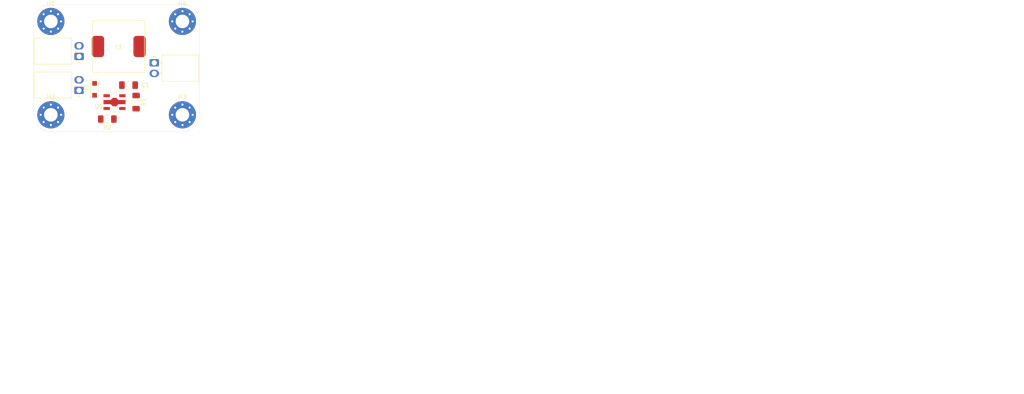
<source format=kicad_pcb>
(kicad_pcb (version 20211014) (generator pcbnew)
  (layers (0 "F.Cu" signal) (31 "B.Cu" power) (34 "B.Paste" user) (35 "F.Paste" user) (36 "B.SilkS" user "B.Silkscreen") (37 "F.SilkS" user "F.Silkscreen") (38 "B.Mask" user) (39 "F.Mask" user) (44 "Edge.Cuts" user))
  (net 0 "")
  (net 1 "+5V")
  (net 2 "GND")
  (net 3 "Net-(D1-Pad2)")
  (net 4 "Net-(J3-Pad1)")
  (net 5 "Net-(J3-Pad2)")
  (net 6 "Net-(J2-Pad1)")
  (footprint "Diode_SMD:D_SOD-123F" (layer "F.Cu") (at 139.3 90 -90)
    (fp_text reference "D1" (at -0.275 2 90) (layer "F.SilkS"))
    (fp_text value "D_Schottky" hide)
    (fp_line (start -2.2 -1) (end 1.65 -1) (layer "F.SilkS") (width 0.12))
    (fp_line (start -2.2 1) (end 1.65 1) (layer "F.SilkS") (width 0.12))
    (fp_line (start -2.2 -1) (end -2.2 1) (layer "F.SilkS") (width 0.12))
    (pad "1" smd rect (at -1.4 0 270) (size 1.1 1.1) (layers "F.Cu" "F.Paste" "F.Mask") (net 1 "+5V"))
    (pad "2" smd rect (at 1.4 0 270) (size 1.1 1.1) (layers "F.Cu" "F.Paste" "F.Mask") (net 3 "Net-(D1-Pad2)"))
  )
  (footprint "Capacitor_SMD:C_1206_3216Metric_Pad1.33x1.80mm_HandSolder" (layer "F.Cu") (at 147.3 89 180)
    (fp_text reference "C1" (at -4 0) (layer "F.SilkS"))
    (fp_text value "10uF" hide)
    (fp_line (start -0.711252 0.91) (end 0.711252 0.91) (layer "F.SilkS") (width 0.12))
    (fp_line (start -0.711252 -0.91) (end 0.711252 -0.91) (layer "F.SilkS") (width 0.12))
    (pad "1" smd roundrect (at -1.5625 0 180) (size 1.325 1.8) (layers "F.Cu" "F.Paste" "F.Mask") (roundrect_rratio 0.188679) (net 1 "+5V"))
    (pad "2" smd roundrect (at 1.5625 0 180) (size 1.325 1.8) (layers "F.Cu" "F.Paste" "F.Mask") (roundrect_rratio 0.188679) (net 2 "GND"))
  )
  (footprint "MountingHole:MountingHole_3.2mm_M3_Pad_Via" (layer "F.Cu") (at 129 96)
    (fp_text reference "H2" (at 0 -4.2) (layer "F.SilkS"))
    (fp_text value "MountingHole_Pad")
    (pad "1" thru_hole circle (at 0 2.4) (size 0.8 0.8) (drill 0.5) (layers *.Cu *.Mask) (net 2 "GND"))
    (pad "1" thru_hole circle (at -2.4 0) (size 0.8 0.8) (drill 0.5) (layers *.Cu *.Mask) (net 2 "GND"))
    (pad "1" thru_hole circle (at 0 0) (size 6.4 6.4) (drill 3.2) (layers *.Cu *.Mask) (net 2 "GND"))
    (pad "1" thru_hole circle (at -1.697056 1.697056) (size 0.8 0.8) (drill 0.5) (layers *.Cu *.Mask) (net 2 "GND"))
    (pad "1" thru_hole circle (at 1.697056 1.697056) (size 0.8 0.8) (drill 0.5) (layers *.Cu *.Mask) (net 2 "GND"))
    (pad "1" thru_hole circle (at -1.697056 -1.697056) (size 0.8 0.8) (drill 0.5) (layers *.Cu *.Mask) (net 2 "GND"))
    (pad "1" thru_hole circle (at 2.4 0) (size 0.8 0.8) (drill 0.5) (layers *.Cu *.Mask) (net 2 "GND"))
    (pad "1" thru_hole circle (at 1.697056 -1.697056) (size 0.8 0.8) (drill 0.5) (layers *.Cu *.Mask) (net 2 "GND"))
    (pad "1" thru_hole circle (at 0 -2.4) (size 0.8 0.8) (drill 0.5) (layers *.Cu *.Mask) (net 2 "GND"))
  )
  (footprint "Connector_Molex:Molex_Nano-Fit_105313-xx02_1x02_P2.50mm_Horizontal" (layer "F.Cu") (at 153.36 83.75)
    (fp_text reference "J3" hide)
    (fp_text value "LASER")
    (fp_line (start 1.81 -0.15) (end 1.36 -0.15) (layer "F.SilkS") (width 0.12))
    (fp_line (start 10.49 -1.83) (end 1.81 -1.83) (layer "F.SilkS") (width 0.12))
    (fp_line (start 1.36 0.15) (end 1.81 0.15) (layer "F.SilkS") (width 0.12))
    (fp_line (start 1.81 4.33) (end 10.49 4.33) (layer "F.SilkS") (width 0.12))
    (fp_line (start 1.81 0.15) (end 1.81 -0.15) (layer "F.SilkS") (width 0.12))
    (fp_line (start 1.36 -0.15) (end 1.36 0.15) (layer "F.SilkS") (width 0.12))
    (fp_line (start 0 -1.11) (end 0.3 -1.534264) (layer "F.SilkS") (width 0.12))
    (fp_line (start -0.3 -1.534264) (end 0 -1.11) (layer "F.SilkS") (width 0.12))
    (fp_line (start 0.3 -1.534264) (end -0.3 -1.534264) (layer "F.SilkS") (width 0.12))
    (fp_line (start 1.81 -1.83) (end 1.81 4.33) (layer "F.SilkS") (width 0.12))
    (fp_line (start 10.49 4.33) (end 10.49 -1.83) (layer "F.SilkS") (width 0.12))
    (fp_line (start 1.36 2.35) (end 1.36 2.65) (layer "F.SilkS") (width 0.12))
    (fp_line (start 1.81 2.35) (end 1.36 2.35) (layer "F.SilkS") (width 0.12))
    (fp_line (start 1.36 2.65) (end 1.81 2.65) (layer "F.SilkS") (width 0.12))
    (fp_line (start 1.81 2.65) (end 1.81 2.35) (layer "F.SilkS") (width 0.12))
    (pad "" np_thru_hole circle (at 7.18 0) (size 1.7 1.7) (drill 1.7) (layers *.Cu *.Mask))
    (pad "" np_thru_hole circle (at 7.18 2.5) (size 1.7 1.7) (drill 1.7) (layers *.Cu *.Mask))
    (pad "1" thru_hole roundrect (at 0 0) (size 2.2 1.7) (drill 1.2) (layers *.Cu *.Mask) (roundrect_rratio 0.147059) (net 4 "Net-(J3-Pad1)"))
    (pad "2" thru_hole oval (at 0 2.5) (size 2.2 1.7) (drill 1.2) (layers *.Cu *.Mask) (net 5 "Net-(J3-Pad2)"))
  )
  (footprint "Resistor_SMD:R_1206_3216Metric_Pad1.30x1.75mm_HandSolder" (layer "F.Cu") (at 149.08 93 -90)
    (fp_text reference "R1" (at 0 -1.82 90) (layer "F.SilkS"))
    (fp_text value "1.4R" hide)
    (fp_line (start -0.727064 -0.91) (end 0.727064 -0.91) (layer "F.SilkS") (width 0.12))
    (fp_line (start -0.727064 0.91) (end 0.727064 0.91) (layer "F.SilkS") (width 0.12))
    (pad "1" smd roundrect (at -1.55 0 270) (size 1.3 1.75) (layers "F.Cu" "F.Paste" "F.Mask") (roundrect_rratio 0.192308) (net 1 "+5V"))
    (pad "2" smd roundrect (at 1.55 0 270) (size 1.3 1.75) (layers "F.Cu" "F.Paste" "F.Mask") (roundrect_rratio 0.192308) (net 5 "Net-(J3-Pad2)"))
  )
  (footprint "Custom:4800S" (layer "F.Cu") (at 151.05 86.005)
    (fp_text reference "L1" (at -6.05 -6.005 unlocked) (layer "F.SilkS"))
    (fp_text value "33uH" hide)
    (fp_rect (start -12.2 -12.2) (end 0 0) (layer "F.SilkS") (width 0.12) (fill none))
    (pad "1" smd roundrect (at -1.15 -6.1) (size 2.9 5) (layers "F.Cu" "F.Paste" "F.Mask") (net 4 "Net-(J3-Pad1)"))
    (pad "2" smd roundrect (at -10.95 -6.1) (size 2.9 5) (layers "F.Cu" "F.Paste" "F.Mask") (net 3 "Net-(D1-Pad2)"))
  )
  (footprint "Connector_Molex:Molex_Nano-Fit_105313-xx02_1x02_P2.50mm_Horizontal" (layer "F.Cu") (at 135.64 90.25 180)
    (fp_text reference "J2" hide)
    (fp_text value "CONTROL")
    (fp_line (start 1.81 2.65) (end 1.81 2.35) (layer "F.SilkS") (width 0.12))
    (fp_line (start 1.81 4.33) (end 10.49 4.33) (layer "F.SilkS") (width 0.12))
    (fp_line (start 0 -1.11) (end 0.3 -1.534264) (layer "F.SilkS") (width 0.12))
    (fp_line (start 1.36 -0.15) (end 1.36 0.15) (layer "F.SilkS") (width 0.12))
    (fp_line (start -0.3 -1.534264) (end 0 -1.11) (layer "F.SilkS") (width 0.12))
    (fp_line (start 10.49 4.33) (end 10.49 -1.83) (layer "F.SilkS") (width 0.12))
    (fp_line (start 10.49 -1.83) (end 1.81 -1.83) (layer "F.SilkS") (width 0.12))
    (fp_line (start 1.81 2.35) (end 1.36 2.35) (layer "F.SilkS") (width 0.12))
    (fp_line (start 1.36 0.15) (end 1.81 0.15) (layer "F.SilkS") (width 0.12))
    (fp_line (start 1.81 0.15) (end 1.81 -0.15) (layer "F.SilkS") (width 0.12))
    (fp_line (start 1.36 2.35) (end 1.36 2.65) (layer "F.SilkS") (width 0.12))
    (fp_line (start 1.36 2.65) (end 1.81 2.65) (layer "F.SilkS") (width 0.12))
    (fp_line (start 1.81 -1.83) (end 1.81 4.33) (layer "F.SilkS") (width 0.12))
    (fp_line (start 0.3 -1.534264) (end -0.3 -1.534264) (layer "F.SilkS") (width 0.12))
    (fp_line (start 1.81 -0.15) (end 1.36 -0.15) (layer "F.SilkS") (width 0.12))
    (pad "" np_thru_hole circle (at 7.18 2.5 180) (size 1.7 1.7) (drill 1.7) (layers *.Cu *.Mask))
    (pad "" np_thru_hole circle (at 7.18 0 180) (size 1.7 1.7) (drill 1.7) (layers *.Cu *.Mask))
    (pad "1" thru_hole roundrect (at 0 0 180) (size 2.2 1.7) (drill 1.2) (layers *.Cu *.Mask) (roundrect_rratio 0.147059) (net 6 "Net-(J2-Pad1)"))
    (pad "2" thru_hole oval (at 0 2.5 180) (size 2.2 1.7) (drill 1.2) (layers *.Cu *.Mask) (net 2 "GND"))
  )
  (footprint "Package_TO_SOT_SMD:SOT-89-5" (layer "F.Cu") (at 144 93)
    (fp_text reference "U0" (at -3.7 1) (layer "F.SilkS"))
    (fp_text value "AL8861Y-13" hide)
    (fp_line (start 1.36 2.36) (end -1.36 2.36) (layer "F.SilkS") (width 0.12))
    (fp_line (start -1.36 2.36) (end -1.36 2.03) (layer "F.SilkS") (width 0.12))
    (fp_line (start 1.36 2.03) (end 1.36 2.36) (layer "F.SilkS") (width 0.12))
    (fp_line (start 1.36 -2.36) (end 1.36 -2.03) (layer "F.SilkS") (width 0.12))
    (fp_line (start -2.54 -2.03) (end -1.36 -2.03) (layer "F.SilkS") (width 0.12))
    (fp_line (start -1.36 -2.36) (end 1.36 -2.36) (layer "F.SilkS") (width 0.12))
    (fp_line (start -1.36 -2.36) (end -1.36 -2.03) (layer "F.SilkS") (width 0.12))
    (pad "1" smd rect (at -1.85 -1.5) (size 1.5 0.7) (layers "F.Cu" "F.Paste" "F.Mask") (net 3 "Net-(D1-Pad2)"))
    (pad "2" smd custom (at 0 0) (size 0.8 2) (layers "F.Cu" "F.Paste" "F.Mask") (net 2 "GND") (options (clearance outline) (anchor rect)) (primitives (gr_poly (pts (xy 0.9 -0.5) (xy 2.6 -0.5) (xy 2.6 0.5) (xy 0.9 0.5) (xy 0.4 1) (xy -0.4 1) (xy -0.9 0.5) (xy -2.6 0.5) (xy -2.6 -0.5) (xy -0.9 -0.5) (xy -0.4 -1) (xy 0.4 -1)) (width 0) (fill yes))))
    (pad "3" smd rect (at -1.85 1.5) (size 1.5 0.7) (layers "F.Cu" "F.Paste" "F.Mask") (net 6 "Net-(J2-Pad1)"))
    (pad "4" smd rect (at 1.85 1.5) (size 1.5 0.7) (layers "F.Cu" "F.Paste" "F.Mask") (net 5 "Net-(J3-Pad2)"))
    (pad "5" smd rect (at 1.85 -1.5) (size 1.5 0.7) (layers "F.Cu" "F.Paste" "F.Mask") (net 1 "+5V"))
  )
  (footprint "MountingHole:MountingHole_3.2mm_M3_Pad_Via" (layer "F.Cu") (at 160 96)
    (fp_text reference "H3" (at 0 -4.2) (layer "F.SilkS"))
    (fp_text value "MountingHole_Pad")
    (pad "1" thru_hole circle (at -2.4 0) (size 0.8 0.8) (drill 0.5) (layers *.Cu *.Mask) (net 2 "GND"))
    (pad "1" thru_hole circle (at 0 0) (size 6.4 6.4) (drill 3.2) (layers *.Cu *.Mask) (net 2 "GND"))
    (pad "1" thru_hole circle (at -1.697056 -1.697056) (size 0.8 0.8) (drill 0.5) (layers *.Cu *.Mask) (net 2 "GND"))
    (pad "1" thru_hole circle (at 0 2.4) (size 0.8 0.8) (drill 0.5) (layers *.Cu *.Mask) (net 2 "GND"))
    (pad "1" thru_hole circle (at 2.4 0) (size 0.8 0.8) (drill 0.5) (layers *.Cu *.Mask) (net 2 "GND"))
    (pad "1" thru_hole circle (at -1.697056 1.697056) (size 0.8 0.8) (drill 0.5) (layers *.Cu *.Mask) (net 2 "GND"))
    (pad "1" thru_hole circle (at 1.697056 1.697056) (size 0.8 0.8) (drill 0.5) (layers *.Cu *.Mask) (net 2 "GND"))
    (pad "1" thru_hole circle (at 0 -2.4) (size 0.8 0.8) (drill 0.5) (layers *.Cu *.Mask) (net 2 "GND"))
    (pad "1" thru_hole circle (at 1.697056 -1.697056) (size 0.8 0.8) (drill 0.5) (layers *.Cu *.Mask) (net 2 "GND"))
  )
  (footprint "Resistor_SMD:R_1206_3216Metric_Pad1.30x1.75mm_HandSolder" (layer "F.Cu") (at 142.3 97)
    (fp_text reference "R2" (at 0 2) (layer "F.SilkS"))
    (fp_text value "10K" hide)
    (fp_line (start -0.727064 0.91) (end 0.727064 0.91) (layer "F.SilkS") (width 0.12))
    (fp_line (start -0.727064 -0.91) (end 0.727064 -0.91) (layer "F.SilkS") (width 0.12))
    (pad "1" smd roundrect (at -1.55 0) (size 1.3 1.75) (layers "F.Cu" "F.Paste" "F.Mask") (roundrect_rratio 0.192308) (net 6 "Net-(J2-Pad1)"))
    (pad "2" smd roundrect (at 1.55 0) (size 1.3 1.75) (layers "F.Cu" "F.Paste" "F.Mask") (roundrect_rratio 0.192308) (net 2 "GND"))
  )
  (footprint "MountingHole:MountingHole_3.2mm_M3_Pad_Via" (layer "F.Cu") (at 160 74)
    (fp_text reference "H4" (at 0 -4.2) (layer "F.SilkS"))
    (fp_text value "MountingHole_Pad")
    (pad "1" thru_hole circle (at -2.4 0) (size 0.8 0.8) (drill 0.5) (layers *.Cu *.Mask) (net 2 "GND"))
    (pad "1" thru_hole circle (at 1.697056 1.697056) (size 0.8 0.8) (drill 0.5) (layers *.Cu *.Mask) (net 2 "GND"))
    (pad "1" thru_hole circle (at -1.697056 1.697056) (size 0.8 0.8) (drill 0.5) (layers *.Cu *.Mask) (net 2 "GND"))
    (pad "1" thru_hole circle (at 2.4 0) (size 0.8 0.8) (drill 0.5) (layers *.Cu *.Mask) (net 2 "GND"))
    (pad "1" thru_hole circle (at 0 0) (size 6.4 6.4) (drill 3.2) (layers *.Cu *.Mask) (net 2 "GND"))
    (pad "1" thru_hole circle (at 0 2.4) (size 0.8 0.8) (drill 0.5) (layers *.Cu *.Mask) (net 2 "GND"))
    (pad "1" thru_hole circle (at 1.697056 -1.697056) (size 0.8 0.8) (drill 0.5) (layers *.Cu *.Mask) (net 2 "GND"))
    (pad "1" thru_hole circle (at -1.697056 -1.697056) (size 0.8 0.8) (drill 0.5) (layers *.Cu *.Mask) (net 2 "GND"))
    (pad "1" thru_hole circle (at 0 -2.4) (size 0.8 0.8) (drill 0.5) (layers *.Cu *.Mask) (net 2 "GND"))
  )
  (footprint "MountingHole:MountingHole_3.2mm_M3_Pad_Via" (layer "F.Cu") (at 129 74)
    (fp_text reference "H1" (at 0 -4.2) (layer "F.SilkS"))
    (fp_text value "MountingHole_Pad")
    (pad "1" thru_hole circle (at -2.4 0) (size 0.8 0.8) (drill 0.5) (layers *.Cu *.Mask) (net 2 "GND"))
    (pad "1" thru_hole circle (at -1.697056 1.697056) (size 0.8 0.8) (drill 0.5) (layers *.Cu *.Mask) (net 2 "GND"))
    (pad "1" thru_hole circle (at 0 2.4) (size 0.8 0.8) (drill 0.5) (layers *.Cu *.Mask) (net 2 "GND"))
    (pad "1" thru_hole circle (at 0 -2.4) (size 0.8 0.8) (drill 0.5) (layers *.Cu *.Mask) (net 2 "GND"))
    (pad "1" thru_hole circle (at -1.697056 -1.697056) (size 0.8 0.8) (drill 0.5) (layers *.Cu *.Mask) (net 2 "GND"))
    (pad "1" thru_hole circle (at 0 0) (size 6.4 6.4) (drill 3.2) (layers *.Cu *.Mask) (net 2 "GND"))
    (pad "1" thru_hole circle (at 1.697056 -1.697056) (size 0.8 0.8) (drill 0.5) (layers *.Cu *.Mask) (net 2 "GND"))
    (pad "1" thru_hole circle (at 2.4 0) (size 0.8 0.8) (drill 0.5) (layers *.Cu *.Mask) (net 2 "GND"))
    (pad "1" thru_hole circle (at 1.697056 1.697056) (size 0.8 0.8) (drill 0.5) (layers *.Cu *.Mask) (net 2 "GND"))
  )
  (footprint "Connector_Molex:Molex_Nano-Fit_105313-xx02_1x02_P2.50mm_Horizontal" (layer "F.Cu") (at 135.64 82.25 180)
    (fp_text reference "J1" hide)
    (fp_text value "POWER")
    (fp_line (start 1.81 2.65) (end 1.81 2.35) (layer "F.SilkS") (width 0.12))
    (fp_line (start 1.36 0.15) (end 1.81 0.15) (layer "F.SilkS") (width 0.12))
    (fp_line (start 1.81 4.33) (end 10.49 4.33) (layer "F.SilkS") (width 0.12))
    (fp_line (start 10.49 -1.83) (end 1.81 -1.83) (layer "F.SilkS") (width 0.12))
    (fp_line (start 1.81 0.15) (end 1.81 -0.15) (layer "F.SilkS") (width 0.12))
    (fp_line (start 10.49 4.33) (end 10.49 -1.83) (layer "F.SilkS") (width 0.12))
    (fp_line (start 1.36 -0.15) (end 1.36 0.15) (layer "F.SilkS") (width 0.12))
    (fp_line (start 1.81 2.35) (end 1.36 2.35) (layer "F.SilkS") (width 0.12))
    (fp_line (start 0 -1.11) (end 0.3 -1.534264) (layer "F.SilkS") (width 0.12))
    (fp_line (start 1.81 -0.15) (end 1.36 -0.15) (layer "F.SilkS") (width 0.12))
    (fp_line (start 1.36 2.65) (end 1.81 2.65) (layer "F.SilkS") (width 0.12))
    (fp_line (start -0.3 -1.534264) (end 0 -1.11) (layer "F.SilkS") (width 0.12))
    (fp_line (start 1.36 2.35) (end 1.36 2.65) (layer "F.SilkS") (width 0.12))
    (fp_line (start 0.3 -1.534264) (end -0.3 -1.534264) (layer "F.SilkS") (width 0.12))
    (fp_line (start 1.81 -1.83) (end 1.81 4.33) (layer "F.SilkS") (width 0.12))
    (pad "" np_thru_hole circle (at 7.18 2.5 180) (size 1.7 1.7) (drill 1.7) (layers *.Cu *.Mask))
    (pad "" np_thru_hole circle (at 7.18 0 180) (size 1.7 1.7) (drill 1.7) (layers *.Cu *.Mask))
    (pad "1" thru_hole roundrect (at 0 0 180) (size 2.2 1.7) (drill 1.2) (layers *.Cu *.Mask) (roundrect_rratio 0.147059) (net 1 "+5V"))
    (pad "2" thru_hole oval (at 0 2.5 180) (size 2.2 1.7) (drill 1.2) (layers *.Cu *.Mask) (net 2 "GND"))
  )
  (gr_line (start 125 74) (end 125 96) (layer "Edge.Cuts") (width 0.05))
  (gr_arc (start 164 96) (mid 162.828427 98.828427) (end 160 100) (layer "Edge.Cuts") (width 0.05))
  (gr_line (start 160 70) (end 129 70) (layer "Edge.Cuts") (width 0.05))
  (gr_arc (start 125 74) (mid 126.171573 71.171573) (end 129 70) (layer "Edge.Cuts") (width 0.05))
  (gr_arc (start 160 70) (mid 162.828427 71.171573) (end 164 74) (layer "Edge.Cuts") (width 0.05))
  (gr_line (start 164 96) (end 164 74) (layer "Edge.Cuts") (width 0.05))
  (gr_line (start 129 100) (end 160 100) (layer "Edge.Cuts") (width 0.05))
  (gr_arc (start 129 100) (mid 126.171573 98.828427) (end 125 96) (layer "Edge.Cuts") (width 0.05))
)
</source>
